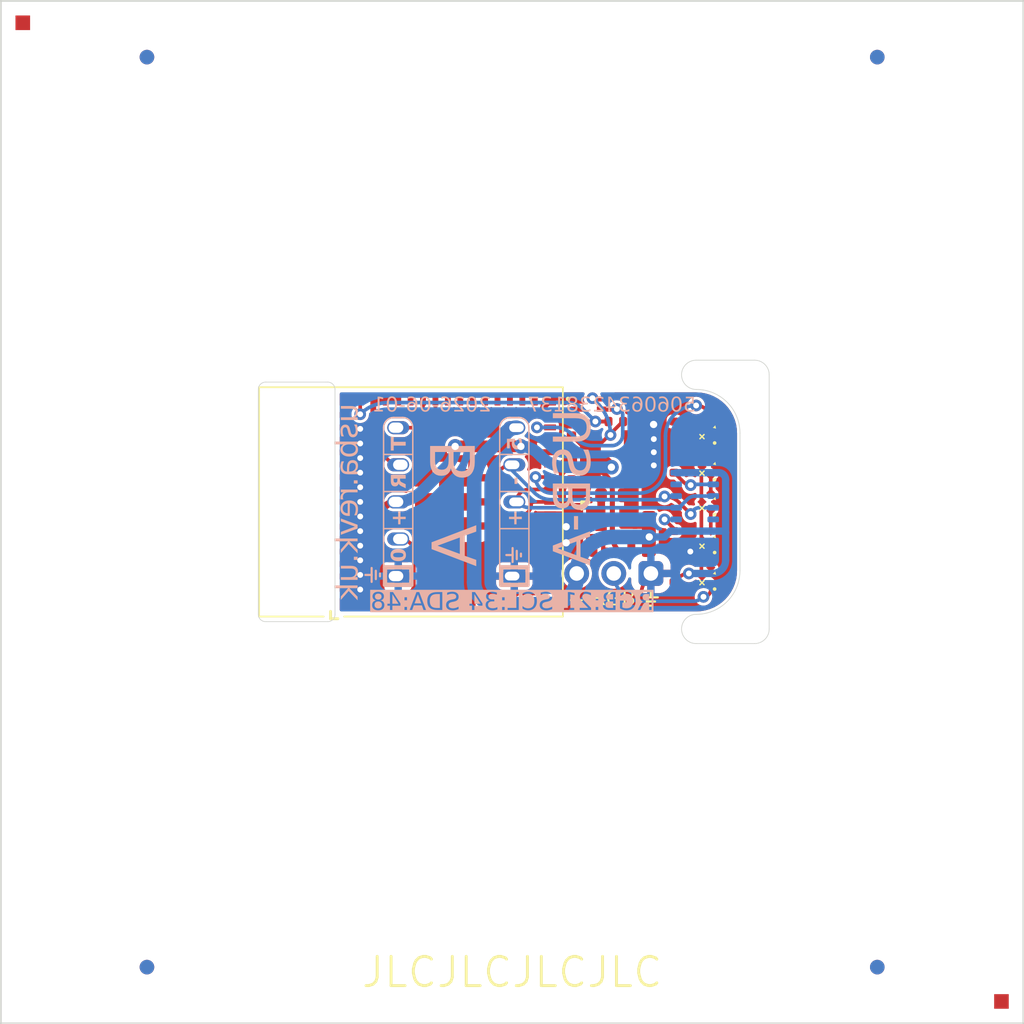
<source format=kicad_pcb>
(kicad_pcb (version 20221018) (generator pcbnew)
  (title_block (title "PCB-USBA") (rev "1") (comment 1 "www.me.uk") (comment 2 "@TheRealRevK"))
  (layers (0 "F.Cu" signal) (31 "B.Cu" signal) (34 "B.Paste" user) (35 "F.Paste" user) (36 "B.SilkS" user "B.Silkscreen") (37 "F.SilkS" user "F.Silkscreen") (38 "B.Mask" user) (39 "F.Mask" user) (44 "Edge.Cuts" user))
  (property "DATE" "2023-06-01")
  (net 0 "")
  (net 1 "Net-(D1-O)")
  (net 2 "GND")
  (net 3 "Net-(U2-EN)")
  (net 4 "D-")
  (net 5 "D+")
  (net 6 "Net-(J2-0)")
  (net 8 "Net-(J2-Rx)")
  (net 9 "Net-(J2-Tx)")
  (net 15 "+3.3V")
  (net 20 "SDA")
  (net 21 "SCL")
  (net 24 "VBUS")
  (net 34 "LED")
  (net 38 "Net-(J5-CC1)")
  (net 40 "Net-(J5-CC2)")
  (net 42 "Net-(D2-O)")
  (net 43 "Net-(D3-O)")
  (net 44 "Net-(D4-O)")
  (net 45 "Net-(D5-O)")
  (footprint "RevK:C_0402" (layer "F.Cu") (at 111.1 105.3 -90)
    (fp_text reference "C5" hide)
    (fp_text value "100nF" hide)
  )
  (footprint "RevK:C_0603_" (layer "F.Cu") (at 109.3625 99.545 -90)
    (fp_text reference "C6" hide)
    (fp_text value "10uF 50V")
  )
  (footprint "RevK:SMD1010" (layer "F.Cu") (at 113.6 96.901041 135)
    (fp_text reference "D2" hide)
    (fp_text value "XL-1010RGBC-WS2812B" hide)
  )
  (footprint "RevK:SOT-23-6-MD8942" (layer "F.Cu") (at 106.8625 100.845 180)
    (fp_text reference "U5" hide)
    (fp_text value "MD8942")
  )
  (footprint "RevK:C_0603_" (layer "F.Cu") (at 106.8625 98.845 180)
    (fp_text reference "C8" hide)
    (fp_text value "100nF")
  )
  (footprint "RevK:C_0402" (layer "F.Cu") (at 104.3 93.8 180)
    (fp_text reference "C3" hide)
    (fp_text value "1uF" hide)
  )
  (footprint "RevK:VEML6040" (layer "F.Cu") (at 105.4 92.6)
    (fp_text reference "U1" hide)
    (fp_text value "VEML6040")
  )
  (footprint "RevK:SMD1010" (layer "F.Cu") (at 113.6 94.401041 135)
    (fp_text reference "D1" hide)
    (fp_text value "XL-1010RGBC-WS2812B" hide)
  )
  (footprint "RevK:R_0402" (layer "F.Cu") (at 111.1 101.8 -90)
    (fp_text reference "R3" hide)
    (fp_text value "5K1" hide)
  )
  (footprint "RevK:SMD1010" (layer "F.Cu") (at 113.6 104.401041 135)
    (fp_text reference "D5" hide)
    (fp_text value "XL-1010RGBC-WS2812B" hide)
  )
  (footprint "RevK:R_0402_" (layer "F.Cu") (at 106.8625 102.745 180)
    (fp_text reference "R9" hide)
    (fp_text value "124k" hide)
  )
  (footprint "RevK:R_0402_" (layer "F.Cu") (at 108.6625 102.745 180)
    (fp_text reference "R11" hide)
    (fp_text value "1M" hide)
  )
  (footprint "RevK:R_0402" (layer "F.Cu") (at 111.1 96.8 90)
    (fp_text reference "R2" hide)
    (fp_text value "5K1" hide)
  )
  (footprint "RevK:C_0402" (layer "F.Cu") (at 104.0625 97.245 90)
    (fp_text reference "C1" hide)
    (fp_text value "100nF" hide)
  )
  (footprint "RevK:SMD1010" (layer "F.Cu") (at 113.6 99.3 135)
    (fp_text reference "D3" hide)
    (fp_text value "XL-1010RGBC-WS2812B" hide)
  )
  (footprint "RevK:C_0603_" (layer "F.Cu") (at 104.3625 99.545 90)
    (fp_text reference "C7" hide)
    (fp_text value "10uF 6.3V")
  )
  (footprint "RevK:PCB7070" (layer "F.Cu") (at 100 100)
    (fp_text reference "PCB1" hide)
    (fp_text value "70x70")
    (fp_line (start -35 -35) (end 35 -35) (stroke (width 0.12)) (layer "Edge.Cuts"))
    (fp_line (start -35 35) (end -35 -35) (stroke (width 0.12)) (layer "Edge.Cuts"))
    (fp_line (start 35 -35) (end 35 35) (stroke (width 0.12)) (layer "Edge.Cuts"))
    (fp_line (start 35 35) (end -35 35) (stroke (width 0.12)) (layer "Edge.Cuts"))
  )
  (footprint "RevK:L_4x4_" (layer "F.Cu") (at 106.8625 96.245 180)
    (fp_text reference "L2" hide)
    (fp_text value "10uH")
  )
  (footprint "RevK:C_0402" (layer "F.Cu") (at 111.1 93.3 90)
    (fp_text reference "C4" hide)
    (fp_text value "100nF" hide)
  )
  (footprint "RevK:R_0402" (layer "F.Cu") (at 107.1 93.8 180)
    (fp_text reference "R1" hide)
    (fp_text value "10K" hide)
  )
  (footprint "RevK:ESP32-S3-MINI-1" (layer "F.Cu") (at 95.6 99.3 90)
    (fp_text reference "U2" hide)
    (fp_text value "ESP32-S3-MINI-1" hide)
  )
  (footprint "RevK:PinHeader_1x03_P2.54mm" (layer "F.Cu") (at 109.5 104.2 -90)
    (fp_text reference "J4" hide)
    (fp_text value "Conn_01x03_Socket")
  )
  (footprint "RevK:R_0402_" (layer "F.Cu") (at 105.0625 102.745 180)
    (fp_text reference "R10" hide)
    (fp_text value "39k2" hide)
  )
  (footprint "RevK:C_0402" (layer "F.Cu") (at 104.0625 95.245 -90)
    (fp_text reference "C2" hide)
    (fp_text value "22uF" hide)
  )
  (footprint "RevK:SMD1010" (layer "F.Cu") (at 113.6 101.901041 135)
    (fp_text reference "D4" hide)
    (fp_text value "XL-1010RGBC-WS2812B" hide)
  )
  (footprint "RevK:USB-PROG" (layer "B.Cu") (at 100.15 99.3 -90)
    (fp_text reference "J3" hide)
    (fp_text value "USB-PROG")
  )
  (footprint "RevK:VCUT70N" (layer "B.Cu") (at 100 107)
    (fp_text reference "V2" hide)
    (fp_text value "70")
  )
  (footprint "RevK:USB_C_SMD_Plug" (layer "B.Cu") (at 112.5 99.3 90)
    (fp_text reference "J5" hide)
    (fp_text value "USB_C_Receptacle_USB2.0" hide)
  )
  (footprint "RevK:VCUT70N" (layer "B.Cu") (at 100 91.6 180)
    (fp_text reference "V1" hide)
    (fp_text value "70")
  )
  (footprint "RevK:Shelly" (layer "B.Cu") (at 92.2 99.3 -90)
    (fp_text reference "J2" hide)
    (fp_text value "Shelly" hide)
  )
  (gr_arc (start 87.875 107) (mid 87.728553 107.353553) (end 87.375 107.5) (stroke (width 0.05)) (layer "Edge.Cuts"))
  (gr_arc (start 116.6 89.6) (mid 117.307107 89.892893) (end 117.6 90.6) (stroke (width 0.05)) (layer "Edge.Cuts"))
  (gr_line (start 117.6 90.6) (end 117.6 108) (stroke (width 0.05)) (layer "Edge.Cuts"))
  (gr_arc (start 112.6 91.6) (mid 114.72132 92.47868) (end 115.6 94.6) (stroke (width 0.05)) (layer "Edge.Cuts"))
  (gr_arc (start 115.6 104) (mid 114.72132 106.12132) (end 112.6 107) (stroke (width 0.05)) (layer "Edge.Cuts"))
  (gr_arc (start 83.125 107.5) (mid 82.771447 107.353553) (end 82.625 107) (stroke (width 0.05)) (layer "Edge.Cuts"))
  (gr_arc (start 87.375 91.1) (mid 87.728553 91.246447) (end 87.875 91.6) (stroke (width 0.05)) (layer "Edge.Cuts"))
  (gr_line (start 116.6 89.6) (end 112.6 89.6) (stroke (width 0.05)) (layer "Edge.Cuts"))
  (gr_arc (start 112.6 109) (mid 111.6 108) (end 112.6 107) (stroke (width 0.05)) (layer "Edge.Cuts"))
  (gr_arc (start 82.625 91.6) (mid 82.771447 91.246447) (end 83.125 91.1) (stroke (width 0.05)) (layer "Edge.Cuts"))
  (gr_line (start 112.6 109) (end 116.6 109) (stroke (width 0.05)) (layer "Edge.Cuts"))
  (gr_line (start 115.6 94.6) (end 115.6 104) (stroke (width 0.05)) (layer "Edge.Cuts"))
  (gr_line (start 87.375 107.5) (end 83.125 107.5) (stroke (width 0.05)) (layer "Edge.Cuts"))
  (gr_line (start 83.125 91.1) (end 87.375 91.1) (stroke (width 0.05)) (layer "Edge.Cuts"))
  (gr_line (start 87.875 91.6) (end 87.875 107) (stroke (width 0.05)) (layer "Edge.Cuts"))
  (gr_arc (start 117.6 108) (mid 117.307107 108.707107) (end 116.6 109) (stroke (width 0.05)) (layer "Edge.Cuts"))
  (gr_arc (start 112.6 91.6) (mid 111.6 90.6) (end 112.6 89.6) (stroke (width 0.05)) (layer "Edge.Cuts"))
  (gr_line (start 82.625 91.6) (end 82.625 107) (stroke (width 0.05)) (layer "Edge.Cuts"))
  (gr_text "5060634238137" (at 106.8 92.7) (layer "B.SilkS") (effects (font (size 1 1)) (justify mirror)))
  (gr_text "RGB:21 SCL:34 SDA:48" (at 90.3 106.2) (layer "B.SilkS" knockout) (effects (font (size 1.2 1.2) (thickness 0.1)) (justify right mirror)))
  (gr_text "B" (at 96.2 96.5 90) (layer "B.SilkS") (effects (font (size 3 3)) (justify mirror)))
  (gr_text "A" (at 96.3 102.3 90) (layer "B.SilkS") (effects (font (size 3 3)) (justify mirror)))
  (gr_text "USB-A" (at 104.3 98.3 90) (layer "B.SilkS") (effects (font (size 2.5 2.5)) (justify mirror)))
  (gr_text "usba.revk.uk" (at 88.8 99.3 90) (layer "B.SilkS") (effects (font (size 1.5 1.5)) (justify mirror)))
  (gr_text "${CURRENT_DATE}" (at 94.5 92.7) (layer "B.SilkS") (effects (font (size 1 1)) (justify mirror)))
  (gr_text "⏚" (at 109.5 105.95) (layer "F.SilkS") (effects (font (size 1 1))))
  (gr_text "RGB" (at 106.95 105.95) (layer "F.SilkS") (effects (font (size 1 1))))
  (gr_text "+" (at 104.4 106.05) (layer "F.SilkS") (effects (font (size 1 1))))
  (segment (start 113.6 95.002082) (end 113.6 96.3) (width 0.25) (layer "F.Cu") (net 1))
  (segment (start 102.6 106.3) (end 103.175736 106.3) (width 0.25) (layer "F.Cu") (net 2))
  (segment (start 103.325 94.7) (end 103.325 94.975) (width 0.25) (layer "F.Cu") (net 2))
  (segment (start 103.082842 106.5) (end 103.4 106.5) (width 0.25) (layer "F.Cu") (net 2))
  (segment (start 103.910205 95.592704) (end 104.0625 95.745) (width 0.25) (layer "F.Cu") (net 2))
  (segment (start 103.25 95.05) (end 102.6 95.05) (width 0.25) (layer "F.Cu") (net 2))
  (segment (start 103.62552 93.974479) (end 103.8 93.8) (width 0.25) (layer "F.Cu") (net 2))
  (segment (start 104.45 92.25) (end 102.72071 92.25) (width 0.25) (layer "F.Cu") (net 2))
  (via (at 89.6 99.3) (size 0.8) (drill 0.4) (layers "F.Cu" "B.Cu") (net 2))
  (via (at 89.6 102.3) (size 0.8) (drill 0.4) (layers "F.Cu" "B.Cu") (net 2))
  (via (at 89.6 96.3) (size 0.8) (drill 0.4) (layers "F.Cu" "B.Cu") (net 2))
  (via (at 103.7 102.1) (size 1) (drill 0.5) (layers "F.Cu" "B.Cu") (net 2))
  (via (at 109.685 93.998999) (size 1) (drill 0.5) (layers "F.Cu" "B.Cu") (net 2))
  (via (at 89.6 94.3) (size 0.8) (drill 0.4) (layers "F.Cu" "B.Cu") (net 2))
  (via (at 103.7 101) (size 1) (drill 0.5) (layers "F.Cu" "B.Cu") (net 2))
  (via (at 112.2 102.7) (size 0.8) (drill 0.4) (layers "F.Cu" "B.Cu") (net 2))
  (via (at 89.6 105.3) (size 0.8) (drill 0.4) (layers "F.Cu" "B.Cu") (net 2))
  (via (at 89.6 101.3) (size 0.8) (drill 0.4) (layers "F.Cu" "B.Cu") (net 2))
  (via (at 89.6 104.3) (size 0.8) (drill 0.4) (layers "F.Cu" "B.Cu") (net 2))
  (via (at 89.6 100.3) (size 0.8) (drill 0.4) (layers "F.Cu" "B.Cu") (net 2))
  (via (at 89.6 97.3) (size 0.8) (drill 0.4) (layers "F.Cu" "B.Cu") (net 2))
  (via (at 109.7 95) (size 0.8) (drill 0.4) (layers "F.Cu" "B.Cu") (net 2))
  (via (at 89.6 95.3) (size 0.8) (drill 0.4) (layers "F.Cu" "B.Cu") (net 2))
  (via (at 89.6 103.3) (size 0.8) (drill 0.4) (layers "F.Cu" "B.Cu") (net 2))
  (via (at 109.7 96.8) (size 0.8) (drill 0.4) (layers "F.Cu" "B.Cu") (net 2))
  (via (at 89.6 98.3) (size 0.8) (drill 0.4) (layers "F.Cu" "B.Cu") (net 2))
  (via (at 109.7 95.9) (size 0.8) (drill 0.4) (layers "F.Cu" "B.Cu") (net 2))
  (arc (start 108.8 105.889949) (mid 108.981924 104.975355) (end 109.5 104.2) (width 0.25) (layer "F.Cu") (net 2))
  (arc (start 103.175736 106.3) (mid 103.567704 106.377967) (end 103.9 106.6) (width 0.25) (layer "F.Cu") (net 2))
  (arc (start 103.325 94.7) (mid 103.403103 94.307351) (end 103.62552 93.974479) (width 0.25) (layer "F.Cu") (net 2))
  (arc (start 102.6 95.05) (mid 103.309078 95.191044) (end 103.910205 95.592704) (width 0.25) (layer "F.Cu") (net 2))
  (arc (start 102.6 106.3) (mid 102.821529 106.448022) (end 103.082842 106.5) (width 0.25) (layer "F.Cu") (net 2))
  (segment (start 109.7 96.1) (end 109.7 95.9) (width 0.25) (layer "B.Cu") (net 2))
  (segment (start 106.6 93.8) (end 105.710868 93.8) (width 0.25) (layer "F.Cu") (net 3))
  (segment (start 89.6 93.3) (end 89.6 92.35) (width 0.25) (layer "F.Cu") (net 3))
  (segment (start 106.6 93.8) (end 104.8 93.8) (width 0.25) (layer "F.Cu") (net 3))
  (via (at 89.6 93.3) (size 0.8) (drill 0.4) (layers "F.Cu" "B.Cu") (net 3))
  (via (at 105.7 93.795498) (size 0.8) (drill 0.4) (layers "F.Cu" "B.Cu") (net 3))
  (arc (start 105.710868 93.8) (mid 105.704987 93.79883) (end 105.7 93.795498) (width 0.25) (layer "F.Cu") (net 3))
  (segment (start 91.530634 92.500305) (end 103.8 92.500305) (width 0.25) (layer "B.Cu") (net 3))
  (segment (start 105.7 93.795498) (end 104.83247 92.927968) (width 0.25) (layer "B.Cu") (net 3))
  (arc (start 104.83247 92.927968) (mid 104.358769 92.61145) (end 103.8 92.500305) (width 0.25) (layer "B.Cu") (net 3))
  (arc (start 89.6 93.3) (mid 90.485782 92.708139) (end 91.530634 92.500305) (width 0.25) (layer "B.Cu") (net 3))
  (segment (start 111.432992 99.340641) (end 112.224647 100.132295) (width 0.25) (layer "F.Cu") (net 4))
  (segment (start 99.8 100.2) (end 100.6 100.2) (width 0.25) (layer "F.Cu") (net 4))
  (segment (start 98.9 97.86) (end 98.9 99.3) (width 0.25) (layer "F.Cu") (net 4))
  (segment (start 101.5 99.3) (end 102.6 99.3) (width 0.25) (layer "F.Cu") (net 4))
  (via (at 112.224647 100.132295) (size 0.8) (drill 0.4) (layers "F.Cu" "B.Cu") (net 4))
  (via (at 110.437 98.928087) (size 0.8) (drill 0.4) (layers "F.Cu" "B.Cu") (net 4))
  (arc (start 100.6 100.2) (mid 101.094975 99.994975) (end 101.3 99.5) (width 0.25) (layer "F.Cu") (net 4))
  (arc (start 101.3 99.5) (mid 101.358579 99.358579) (end 101.5 99.3) (width 0.25) (layer "F.Cu") (net 4))
  (arc (start 98.9 99.3) (mid 99.163604 99.936396) (end 99.8 100.2) (width 0.25) (layer "F.Cu") (net 4))
  (arc (start 110.437 98.928087) (mid 110.976027 99.035306) (end 111.432992 99.340641) (width 0.25) (layer "F.Cu") (net 4))
  (arc (start 100 96.76) (mid 99.222183 97.082183) (end 98.9 97.86) (width 0.25) (layer "F.Cu") (net 4))
  (segment (start 110.437 98.928087) (end 110.215087 99.15) (width 0.25) (layer "B.Cu") (net 4))
  (segment (start 110.215087 99.15) (end 102.681639 99.15) (width 0.25) (layer "B.Cu") (net 4))
  (segment (start 111.23 98.9) (end 110.504808 98.9) (width 0.25) (layer "B.Cu") (net 4))
  (segment (start 113.77 99.7) (end 112.8 99.7) (width 0.25) (layer "B.Cu") (net 4))
  (segment (start 112.335569 100.007626) (end 112.335569 100.021373) (width 0.25) (layer "B.Cu") (net 4))
  (segment (start 100 97.144208) (end 100 96.76) (width 0.25) (layer "B.Cu") (net 4))
  (segment (start 112.335569 100.021373) (end 112.224647 100.132295) (width 0.25) (layer "B.Cu") (net 4))
  (segment (start 101.527896 98.672104) (end 100 97.144208) (width 0.25) (layer "B.Cu") (net 4))
  (arc (start 112.8 99.7) (mid 112.522215 99.784265) (end 112.335569 100.007626) (width 0.25) (layer "B.Cu") (net 4))
  (arc (start 110.504808 98.9) (mid 110.468111 98.907299) (end 110.437 98.928087) (width 0.25) (layer "B.Cu") (net 4))
  (arc (start 102.681639 99.15) (mid 102.057238 99.025799) (end 101.527896 98.672104) (width 0.25) (layer "B.Cu") (net 4))
  (segment (start 102.6 98.45) (end 101.15 98.45) (width 0.25) (layer "F.Cu") (net 5))
  (arc (start 101.15 98.45) (mid 100.548959 98.698959) (end 100.3 99.3) (width 0.25) (layer "F.Cu") (net 5))
  (segment (start 111.23 99.7) (end 101.265685 99.7) (width 0.25) (layer "B.Cu") (net 5))
  (segment (start 111.564661 99.561379) (end 112.01302 99.11302) (width 0.25) (layer "B.Cu") (net 5))
  (segment (start 112.527295 98.9) (end 113.77 98.9) (width 0.25) (layer "B.Cu") (net 5))
  (arc (start 101.265685 99.7) (mid 100.74306 99.596043) (end 100.3 99.3) (width 0.25) (layer "B.Cu") (net 5))
  (arc (start 112.01302 99.11302) (mid 112.248972 98.955362) (end 112.527295 98.9) (width 0.25) (layer "B.Cu") (net 5))
  (arc (start 111.23 99.7) (mid 111.411117 99.663974) (end 111.564661 99.561379) (width 0.25) (layer "B.Cu") (net 5))
  (segment (start 93.275 105) (end 93.275 102.765) (width 0.25) (layer "F.Cu") (net 6))
  (segment (start 92.2 106.3) (end 92.2 105.875) (width 0.25) (layer "F.Cu") (net 6))
  (segment (start 92.5 105.575) (end 92.7 105.575) (width 0.25) (layer "F.Cu") (net 6))
  (arc (start 92.7 105.575) (mid 93.106586 105.406586) (end 93.275 105) (width 0.25) (layer "F.Cu") (net 6))
  (arc (start 93.275 102.765) (mid 93.004074 102.110926) (end 92.35 101.84) (width 0.25) (layer "F.Cu") (net 6))
  (arc (start 92.2 105.875) (mid 92.287868 105.662868) (end 92.5 105.575) (width 0.25) (layer "F.Cu") (net 6))
  (segment (start 91.125 95.535) (end 91.125 94.17) (width 0.25) (layer "F.Cu") (net 8))
  (segment (start 91.85 93.445) (end 93.155 93.445) (width 0.25) (layer "F.Cu") (net 8))
  (segment (start 93.9 92.7) (end 93.9 92.3) (width 0.25) (layer "F.Cu") (net 8))
  (arc (start 93.155 93.445) (mid 93.681795 93.226795) (end 93.9 92.7) (width 0.25) (layer "F.Cu") (net 8))
  (arc (start 92.35 96.76) (mid 91.483794 96.401206) (end 91.125 95.535) (width 0.25) (layer "F.Cu") (net 8))
  (arc (start 91.125 94.17) (mid 91.337348 93.657348) (end 91.85 93.445) (width 0.25) (layer "F.Cu") (net 8))
  (segment (start 94.75 93.35) (end 94.75 92.3) (width 0.25) (layer "F.Cu") (net 9))
  (segment (start 92.05 94.22) (end 93.88 94.22) (width 0.25) (layer "F.Cu") (net 9))
  (arc (start 93.88 94.22) (mid 94.495183 93.965183) (end 94.75 93.35) (width 0.25) (layer "F.Cu") (net 9))
  (segment (start 107.570538 93.8) (end 105.530058 95.84048) (width 0.25) (layer "F.Cu") (net 15))
  (segment (start 104.0625 94.745) (end 105.3625 96.045) (width 0.25) (layer "F.Cu") (net 15))
  (segment (start 104.0625 97.745) (end 104.0625 98.47) (width 0.25) (layer "F.Cu") (net 15))
  (segment (start 106.35 92.25) (end 105.549502 92.25) (width 0.25) (layer "F.Cu") (net 15))
  (segment (start 91 100.35) (end 91 105.117158) (width 0.5) (layer "F.Cu") (net 15))
  (segment (start 106.514667 96.471551) (end 106.797671 96.754555) (width 0.5) (layer "F.Cu") (net 15))
  (segment (start 106.797671 96.754555) (end 106.797671 96.925) (width 0.5) (layer "F.Cu") (net 15))
  (segment (start 100.6 95.5) (end 96.1 95.5) (width 0.8) (layer "F.Cu") (net 15))
  (segment (start 91.35 105.962132) (end 91.35 106.3) (width 0.5) (layer "F.Cu") (net 15))
  (via (at 106.797671 96.925) (size 1) (drill 0.5) (layers "F.Cu" "B.Cu") (net 15))
  (via (at 106.735304 94.7195) (size 0.8) (drill 0.4) (layers "F.Cu" "B.Cu") (net 15))
  (via (at 100.6 95.5) (size 1) (drill 0.5) (layers "F.Cu" "B.Cu") (net 15))
  (via (at 105.499502 92.2) (size 0.8) (drill 0.4) (layers "F.Cu" "B.Cu") (net 15))
  (via (at 96.1 95.5) (size 1) (drill 0.5) (layers "F.Cu" "B.Cu") (net 15))
  (arc (start 91.2 105.6) (mid 91.311016 105.766148) (end 91.35 105.962132) (width 0.5) (layer "F.Cu") (net 15))
  (arc (start 105.701533 96.245) (mid 106.123203 96.303332) (end 106.514667 96.471551) (width 0.5) (layer "F.Cu") (net 15))
  (arc (start 104.0625 98.47) (mid 104.150368 98.682132) (end 104.3625 98.77) (width 0.25) (layer "F.Cu") (net 15))
  (arc (start 92.05 99.3) (mid 91.307538 99.607538) (end 91 100.35) (width 0.5) (layer "F.Cu") (net 15))
  (arc (start 91 105.117158) (mid 91.051978 105.37847) (end 91.2 105.6) (width 0.5) (layer "F.Cu") (net 15))
  (arc (start 105.549502 92.25) (mid 105.514147 92.235355) (end 105.499502 92.2) (width 0.25) (layer "F.Cu") (net 15))
  (segment (start 103.750304 96.925) (end 106.797671 96.925) (width 0.8) (layer "B.Cu") (net 15))
  (segment (start 101.794974 95.994975) (end 102 96.2) (width 0.8) (layer "B.Cu") (net 15))
  (segment (start 105.827592 92.528091) (end 105.499502 92.2) (width 0.25) (layer "B.Cu") (net 15))
  (segment (start 93.842462 98.557538) (end 95.534315 96.865686) (width 0.8) (layer "B.Cu") (net 15))
  (arc (start 93.842462 98.557538) (mid 93.020074 99.10704) (end 92.05 99.3) (width 0.8) (layer "B.Cu") (net 15))
  (arc (start 100.6 95.5) (mid 101.246715 95.62864) (end 101.794974 95.994975) (width 0.8) (layer "B.Cu") (net 15))
  (arc (start 106.735304 94.7195) (mid 106.499397 93.533518) (end 105.827592 92.528091) (width 0.25) (layer "B.Cu") (net 15))
  (arc (start 96.1 95.5) (mid 95.952983 96.239104) (end 95.534315 96.865686) (width 0.8) (layer "B.Cu") (net 15))
  (arc (start 102 96.2) (mid 102.803046 96.736579) (end 103.750304 96.925) (width 0.8) (layer "B.Cu") (net 15))
  (segment (start 104.45 92.95) (end 103.983137 92.95) (width 0.25) (layer "F.Cu") (net 20))
  (segment (start 102.6 93.35) (end 103.017453 93.35) (width 0.25) (layer "F.Cu") (net 20))
  (arc (start 103.017453 93.35) (mid 103.259518 93.30185) (end 103.464731 93.164731) (width 0.25) (layer "F.Cu") (net 20))
  (arc (start 103.983137 92.95) (mid 103.702578 93.005807) (end 103.464731 93.164731) (width 0.25) (layer "F.Cu") (net 20))
  (segment (start 106.3 92.95) (end 107.151302 92.95) (width 0.25) (layer "F.Cu") (net 21))
  (segment (start 101.7 94.2) (end 102.6 94.2) (width 0.25) (layer "F.Cu") (net 21))
  (via (at 107.174343 92.940456) (size 0.8) (drill 0.4) (layers "F.Cu" "B.Cu") (net 21))
  (via (at 101.7 94.2) (size 0.8) (drill 0.4) (layers "F.Cu" "B.Cu") (net 21))
  (arc (start 107.151302 92.95) (mid 107.163771 92.94752) (end 107.174343 92.940456) (width 0.25) (layer "F.Cu") (net 21))
  (segment (start 101.7 94.2) (end 102.980764 94.2) (width 0.25) (layer "B.Cu") (net 21))
  (segment (start 104.055026 94.644974) (end 104.405026 94.994974) (width 0.25) (layer "B.Cu") (net 21))
  (segment (start 105.503555 95.45) (end 106.822527 95.45) (width 0.25) (layer "B.Cu") (net 21))
  (segment (start 107.572527 94.7) (end 107.572527 93.33864) (width 0.25) (layer "B.Cu") (net 21))
  (arc (start 107.572527 93.33864) (mid 107.455902 93.057081) (end 107.174343 92.940456) (width 0.25) (layer "B.Cu") (net 21))
  (arc (start 102.980764 94.2) (mid 103.56215 94.315644) (end 104.055026 94.644974) (width 0.25) (layer "B.Cu") (net 21))
  (arc (start 106.822527 95.45) (mid 107.352857 95.23033) (end 107.572527 94.7) (width 0.25) (layer "B.Cu") (net 21))
  (arc (start 104.405026 94.994974) (mid 104.909035 95.331743) (end 105.503555 95.45) (width 0.25) (layer "B.Cu") (net 21))
  (segment (start 112.956802 96.858884) (end 112.956802 94.443198) (width 0.25) (layer "F.Cu") (net 24))
  (segment (start 111.417158 104.482843) (end 111.1 104.8) (width 0.25) (layer "F.Cu") (net 24))
  (segment (start 112.956802 99.257843) (end 112.956802 96.943198) (width 0.25) (layer "F.Cu") (net 24))
  (segment (start 112.956802 99.342157) (end 112.956802 101.799265) (width 0.25) (layer "F.Cu") (net 24))
  (segment (start 112.797918 104.2) (end 112.1 104.2) (width 0.25) (layer "F.Cu") (net 24))
  (segment (start 112.956802 104.358884) (end 112.956802 101.943198) (width 0.25) (layer "F.Cu") (net 24))
  (segment (start 111.547918 93.8) (end 111.1 93.8) (width 0.25) (layer "F.Cu") (net 24))
  (via (at 112.1 104.2) (size 0.8) (drill 0.4) (layers "F.Cu" "B.Cu") (net 24))
  (via (at 109.390671 101.7) (size 1) (drill 0.5) (layers "F.Cu" "B.Cu") (net 24))
  (arc (start 112.1 104.2) (mid 111.730448 104.273508) (end 111.417158 104.482843) (width 0.25) (layer "F.Cu") (net 24))
  (arc (start 112.998959 104.401041) (mid 112.940075 104.258884) (end 112.797918 104.2) (width 0.25) (layer "F.Cu") (net 24))
  (arc (start 112.998959 94.401041) (mid 112.333216 93.956205) (end 111.547918 93.8) (width 0.25) (layer "F.Cu") (net 24))
  (segment (start 113.77 97.3) (end 114.142817 97.3) (width 0.5) (layer "B.Cu") (net 24))
  (segment (start 113.717424 104.2) (end 112.1 104.2) (width 0.5) (layer "B.Cu") (net 24))
  (segment (start 102.6 106.3) (end 98.9 106.3) (width 1) (layer "B.Cu") (net 24))
  (segment (start 109.390671 101.7) (end 106.92 101.7) (width 1) (layer "B.Cu") (net 24))
  (segment (start 113.77 101.3) (end 114.515 101.3) (width 0.5) (layer "B.Cu") (net 24))
  (segment (start 114.615 102.3) (end 114.615 103.302424) (width 0.5) (layer "B.Cu") (net 24))
  (segment (start 110.839082 101.3) (end 111.23 101.3) (width 0.5) (layer "B.Cu") (net 24))
  (segment (start 109.390671 101.7) (end 110.439082 101.7) (width 0.5) (layer "B.Cu") (net 24))
  (segment (start 97.4 104.8) (end 97.4 98.093502) (width 1) (layer "B.Cu") (net 24))
  (segment (start 114.615 100) (end 114.615 98.4) (width 0.5) (layer "B.Cu") (net 24))
  (segment (start 113.77 101.3) (end 111.23 101.3) (width 0.5) (layer "B.Cu") (net 24))
  (segment (start 114.615 100) (end 114.615 101.4) (width 0.5) (layer "B.Cu") (net 24))
  (segment (start 114.615 98.4) (end 114.615 97.772183) (width 0.5) (layer "B.Cu") (net 24))
  (segment (start 110.439082 101.7) (end 110.839082 101.3) (width 0.5) (layer "B.Cu") (net 24))
  (segment (start 113.77 97.3) (end 111.23 97.3) (width 0.5) (layer "B.Cu") (net 24))
  (segment (start 114.615 101.4) (end 114.615 102.3) (width 0.5) (layer "B.Cu") (net 24))
  (segment (start 98.35 95.8) (end 99.66837 94.48163) (width 1) (layer "B.Cu") (net 24))
  (arc (start 99.66837 94.48163) (mid 99.958163 94.287996) (end 100.3 94.22) (width 1) (layer "B.Cu") (net 24))
  (arc (start 104.42 104.48) (mid 103.886934 105.766934) (end 102.6 106.3) (width 1) (layer "B.Cu") (net 24))
  (arc (start 114.515 101.3) (mid 114.585711 101.329289) (end 114.615 101.4) (width 0.5) (layer "B.Cu") (net 24))
  (arc (start 98.9 106.3) (mid 97.83934 105.86066) (end 97.4 104.8) (width 1) (layer "B.Cu") (net 24))
  (arc (start 114.615 103.302424) (mid 114.352106 103.937106) (end 113.717424 104.2) (width 0.5) (layer "B.Cu") (net 24))
  (arc (start 114.142817 97.3) (mid 114.476701 97.438299) (end 114.615 97.772183) (width 0.5) (layer "B.Cu") (net 24))
  (arc (start 106.92 101.7) (mid 105.152233 102.432233) (end 104.42 104.2) (width 1) (layer "B.Cu") (net 24))
  (arc (start 97.4 98.093502) (mid 97.646897 96.852268) (end 98.35 95.8) (width 1) (layer "B.Cu") (net 24))
  (segment (start 113.6 93.8) (end 113.6 93.7) (width 0.25) (layer "F.Cu") (net 34))
  (segment (start 102.6 97.6) (end 101.6 97.6) (width 0.25) (layer "F.Cu") (net 34))
  (via (at 112.6 92.7) (size 0.8) (drill 0.4) (layers "F.Cu" "B.Cu") (net 34))
  (via (at 101.6 97.6) (size 0.8) (drill 0.4) (layers "F.Cu" "B.Cu") (net 34))
  (arc (start 113.6 93.7) (mid 113.307107 92.992893) (end 112.6 92.7) (width 0.25) (layer "F.Cu") (net 34))
  (segment (start 110.5 96.9) (end 110.5 94.8) (width 0.25) (layer "B.Cu") (net 34))
  (segment (start 102.7 98.7) (end 108.7 98.7) (width 0.25) (layer "B.Cu") (net 34))
  (arc (start 108.7 98.7) (mid 109.972792 98.172792) (end 110.5 96.9) (width 0.25) (layer "B.Cu") (net 34))
  (arc (start 101.6 97.6) (mid 101.922183 98.377817) (end 102.7 98.7) (width 0.25) (layer "B.Cu") (net 34))
  (arc (start 110.5 94.8) (mid 111.115076 93.315076) (end 112.6 92.7) (width 0.25) (layer "B.Cu") (net 34))
  (segment (start 111.755899 97.955899) (end 111.1 97.3) (width 0.25) (layer "F.Cu") (net 38))
  (via (at 112.2245 98.15) (size 0.8) (drill 0.4) (layers "F.Cu" "B.Cu") (net 38))
  (arc (start 112.2245 98.15) (mid 111.970895 98.099555) (end 111.755899 97.955899) (width 0.25) (layer "F.Cu") (net 38))
  (segment (start 112.2745 98.1) (end 112.2245 98.15) (width 0.25) (layer "B.Cu") (net 38))
  (segment (start 113.77 98.1) (end 112.2745 98.1) (width 0.25) (layer "B.Cu") (net 38))
  (segment (start 111.003126 101.066127) (end 110.437 100.5) (width 0.25) (layer "F.Cu") (net 40))
  (via (at 110.437 100.5) (size 0.8) (drill 0.4) (layers "F.Cu" "B.Cu") (net 40))
  (arc (start 111.1 101.3) (mid 111.074823 101.173429) (end 111.003126 101.066127) (width 0.25) (layer "F.Cu") (net 40))
  (segment (start 111.23 100.5) (end 110.437 100.5) (width 0.25) (layer "B.Cu") (net 40))
  (segment (start 113.6 97.502082) (end 113.6 98.698959) (width 0.25) (layer "F.Cu") (net 42))
  (segment (start 113.6 99.901041) (end 113.6 101.3) (width 0.25) (layer "F.Cu") (net 43))
  (segment (start 113.6 102.502082) (end 113.6 103.8) (width 0.25) (layer "F.Cu") (net 44))
  (segment (start 113.6 105.002082) (end 113.6 105.3) (width 0.25) (layer "F.Cu") (net 45))
  (via (at 113.1 105.8) (size 0.8) (drill 0.4) (layers "F.Cu" "B.Cu") (net 45))
  (arc (start 113.6 105.3) (mid 113.453553 105.653553) (end 113.1 105.8) (width 0.25) (layer "F.Cu") (net 45))
  (segment (start 109.6 106.1) (end 108.86 106.1) (width 0.25) (layer "B.Cu") (net 45))
  (segment (start 112.375736 106.1) (end 109.6 106.1) (width 0.25) (layer "B.Cu") (net 45))
  (arc (start 108.86 106.1) (mid 107.516497 105.543503) (end 106.96 104.2) (width 0.25) (layer "B.Cu") (net 45))
  (arc (start 113.1 105.8) (mid 112.767705 106.022032) (end 112.375736 106.1) (width 0.25) (layer "B.Cu") (net 45))
  (zone (net 2) (net_name "GND") (layers "F&B.Cu") (connect_pads thru_hole_only (clearance 0.2)) (min_thickness 0.2) (fill yes (thermal_gap 0.5) (thermal_bridge_width 0.5))
    (polygon (pts (xy 115.6 91.6) (xy 115.6 107) (xy 88.2 107) (xy 88.2 91.6)))
  )
)
</source>
